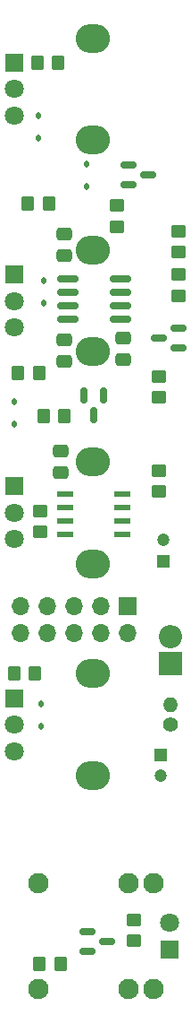
<source format=gbr>
%TF.GenerationSoftware,KiCad,Pcbnew,8.0.0*%
%TF.CreationDate,2024-06-15T01:22:53+02:00*%
%TF.ProjectId,feitw,66656974-772e-46b6-9963-61645f706362,rev?*%
%TF.SameCoordinates,Original*%
%TF.FileFunction,Soldermask,Bot*%
%TF.FilePolarity,Negative*%
%FSLAX46Y46*%
G04 Gerber Fmt 4.6, Leading zero omitted, Abs format (unit mm)*
G04 Created by KiCad (PCBNEW 8.0.0) date 2024-06-15 01:22:53*
%MOMM*%
%LPD*%
G01*
G04 APERTURE LIST*
G04 Aperture macros list*
%AMRoundRect*
0 Rectangle with rounded corners*
0 $1 Rounding radius*
0 $2 $3 $4 $5 $6 $7 $8 $9 X,Y pos of 4 corners*
0 Add a 4 corners polygon primitive as box body*
4,1,4,$2,$3,$4,$5,$6,$7,$8,$9,$2,$3,0*
0 Add four circle primitives for the rounded corners*
1,1,$1+$1,$2,$3*
1,1,$1+$1,$4,$5*
1,1,$1+$1,$6,$7*
1,1,$1+$1,$8,$9*
0 Add four rect primitives between the rounded corners*
20,1,$1+$1,$2,$3,$4,$5,0*
20,1,$1+$1,$4,$5,$6,$7,0*
20,1,$1+$1,$6,$7,$8,$9,0*
20,1,$1+$1,$8,$9,$2,$3,0*%
G04 Aperture macros list end*
%ADD10O,1.700000X1.700000*%
%ADD11R,1.700000X1.700000*%
%ADD12R,1.550000X0.600000*%
%ADD13RoundRect,0.150000X0.825000X0.150000X-0.825000X0.150000X-0.825000X-0.150000X0.825000X-0.150000X0*%
%ADD14O,3.240000X2.720000*%
%ADD15R,1.800000X1.800000*%
%ADD16C,1.800000*%
%ADD17RoundRect,0.250000X0.450000X-0.350000X0.450000X0.350000X-0.450000X0.350000X-0.450000X-0.350000X0*%
%ADD18RoundRect,0.250000X0.350000X0.450000X-0.350000X0.450000X-0.350000X-0.450000X0.350000X-0.450000X0*%
%ADD19RoundRect,0.250000X-0.450000X0.350000X-0.450000X-0.350000X0.450000X-0.350000X0.450000X0.350000X0*%
%ADD20RoundRect,0.250000X-0.350000X-0.450000X0.350000X-0.450000X0.350000X0.450000X-0.350000X0.450000X0*%
%ADD21O,1.400000X1.400000*%
%ADD22C,1.400000*%
%ADD23RoundRect,0.150000X-0.587500X-0.150000X0.587500X-0.150000X0.587500X0.150000X-0.587500X0.150000X0*%
%ADD24RoundRect,0.150000X0.587500X0.150000X-0.587500X0.150000X-0.587500X-0.150000X0.587500X-0.150000X0*%
%ADD25RoundRect,0.150000X-0.150000X0.587500X-0.150000X-0.587500X0.150000X-0.587500X0.150000X0.587500X0*%
%ADD26C,1.930400*%
%ADD27RoundRect,0.112500X0.112500X-0.187500X0.112500X0.187500X-0.112500X0.187500X-0.112500X-0.187500X0*%
%ADD28RoundRect,0.112500X-0.112500X0.187500X-0.112500X-0.187500X0.112500X-0.187500X0.112500X0.187500X0*%
%ADD29O,2.200000X2.200000*%
%ADD30R,2.200000X2.200000*%
%ADD31RoundRect,0.250000X-0.475000X0.337500X-0.475000X-0.337500X0.475000X-0.337500X0.475000X0.337500X0*%
%ADD32C,1.200000*%
%ADD33R,1.200000X1.200000*%
%ADD34RoundRect,0.250000X0.475000X-0.337500X0.475000X0.337500X-0.475000X0.337500X-0.475000X-0.337500X0*%
G04 APERTURE END LIST*
D10*
%TO.C,J2*%
X110300000Y-109590000D03*
X110300000Y-107050000D03*
X112840000Y-109590000D03*
X112840000Y-107050000D03*
X115380000Y-109590000D03*
X115380000Y-107050000D03*
X117920000Y-109590000D03*
X117920000Y-107050000D03*
X120460000Y-109590000D03*
D11*
X120460000Y-107050000D03*
%TD*%
D12*
%TO.C,U2*%
X114527200Y-96445000D03*
X114527200Y-97715000D03*
X114527200Y-98985000D03*
X114527200Y-100255000D03*
X119927200Y-100255000D03*
X119927200Y-98985000D03*
X119927200Y-97715000D03*
X119927200Y-96445000D03*
%TD*%
D13*
%TO.C,U1*%
X114785000Y-76145000D03*
X114785000Y-77415000D03*
X114785000Y-78685000D03*
X114785000Y-79955000D03*
X119735000Y-79955000D03*
X119735000Y-78685000D03*
X119735000Y-77415000D03*
X119735000Y-76145000D03*
%TD*%
D14*
%TO.C,RV4*%
X117160000Y-113450000D03*
X117160000Y-123050000D03*
D15*
X109660000Y-115750000D03*
D16*
X109660000Y-118250000D03*
X109660000Y-120750000D03*
%TD*%
D14*
%TO.C,RV3*%
X117160000Y-93450000D03*
X117160000Y-103050000D03*
D15*
X109660000Y-95750000D03*
D16*
X109660000Y-98250000D03*
X109660000Y-100750000D03*
%TD*%
D14*
%TO.C,RV2*%
X117160000Y-73450000D03*
X117160000Y-83050000D03*
D15*
X109660000Y-75750000D03*
D16*
X109660000Y-78250000D03*
X109660000Y-80750000D03*
%TD*%
D14*
%TO.C,RV1*%
X117160000Y-53450000D03*
X117160000Y-63050000D03*
D15*
X109660000Y-55750000D03*
D16*
X109660000Y-58250000D03*
X109660000Y-60750000D03*
%TD*%
D17*
%TO.C,R15*%
X112160000Y-98050000D03*
X112160000Y-100050000D03*
%TD*%
D18*
%TO.C,R14*%
X109660000Y-113450000D03*
X111660000Y-113450000D03*
%TD*%
D17*
%TO.C,R13*%
X123360000Y-94250000D03*
X123360000Y-96250000D03*
%TD*%
D18*
%TO.C,R12*%
X112060000Y-140850000D03*
X114060000Y-140850000D03*
%TD*%
D19*
%TO.C,R11*%
X119460000Y-71250000D03*
X119460000Y-69250000D03*
%TD*%
D20*
%TO.C,R10*%
X112960000Y-69050000D03*
X110960000Y-69050000D03*
%TD*%
D19*
%TO.C,R8*%
X125260000Y-73650000D03*
X125260000Y-71650000D03*
%TD*%
%TO.C,R7*%
X125260000Y-77750000D03*
X125260000Y-75750000D03*
%TD*%
D17*
%TO.C,R6*%
X123360000Y-85350000D03*
X123360000Y-87350000D03*
%TD*%
D18*
%TO.C,R5*%
X110060000Y-85050000D03*
X112060000Y-85050000D03*
%TD*%
D19*
%TO.C,R4*%
X121050000Y-136670000D03*
X121050000Y-138670000D03*
%TD*%
D21*
%TO.C,R3*%
X124460000Y-116355000D03*
D22*
X124460000Y-118255000D03*
%TD*%
D18*
%TO.C,R2*%
X112460000Y-89150000D03*
X114460000Y-89150000D03*
%TD*%
%TO.C,R1*%
X111860000Y-55750000D03*
X113860000Y-55750000D03*
%TD*%
D23*
%TO.C,Q4*%
X118490000Y-138710000D03*
X116615000Y-137760000D03*
X116615000Y-139660000D03*
%TD*%
%TO.C,Q3*%
X122360000Y-66350000D03*
X120485000Y-65400000D03*
X120485000Y-67300000D03*
%TD*%
D24*
%TO.C,Q2*%
X123422500Y-81750000D03*
X125297500Y-82700000D03*
X125297500Y-80800000D03*
%TD*%
D25*
%TO.C,Q1*%
X117210000Y-89025000D03*
X118160000Y-87150000D03*
X116260000Y-87150000D03*
%TD*%
D26*
%TO.C,J3*%
X120512800Y-133250000D03*
X111953000Y-133250000D03*
X122925800Y-133250000D03*
%TD*%
%TO.C,J1*%
X120512800Y-143250000D03*
X111953000Y-143250000D03*
X122925800Y-143250000D03*
%TD*%
D27*
%TO.C,D8*%
X112232500Y-116277500D03*
X112232500Y-118377500D03*
%TD*%
D28*
%TO.C,D7*%
X112482500Y-78422500D03*
X112482500Y-76322500D03*
%TD*%
D27*
%TO.C,D6*%
X111932500Y-60777500D03*
X111932500Y-62877500D03*
%TD*%
D28*
%TO.C,D5*%
X109660000Y-89900000D03*
X109660000Y-87800000D03*
%TD*%
D27*
%TO.C,D4*%
X116560000Y-65350000D03*
X116560000Y-67450000D03*
%TD*%
D16*
%TO.C,D2*%
X124395000Y-136985000D03*
D15*
X124395000Y-139525000D03*
%TD*%
D29*
%TO.C,D1*%
X124460000Y-109913532D03*
D30*
X124460000Y-112453532D03*
%TD*%
D31*
%TO.C,C7*%
X114060000Y-94487500D03*
X114060000Y-92412500D03*
%TD*%
D32*
%TO.C,C6*%
X123787400Y-100822598D03*
D33*
X123787400Y-102822598D03*
%TD*%
D31*
%TO.C,C5*%
X119997500Y-83787500D03*
X119997500Y-81712500D03*
%TD*%
%TO.C,C4*%
X114460000Y-83987500D03*
X114460000Y-81912500D03*
%TD*%
D32*
%TO.C,C2*%
X123587400Y-123077398D03*
D33*
X123587400Y-121077398D03*
%TD*%
D34*
%TO.C,C1*%
X114460000Y-71912500D03*
X114460000Y-73987500D03*
%TD*%
M02*

</source>
